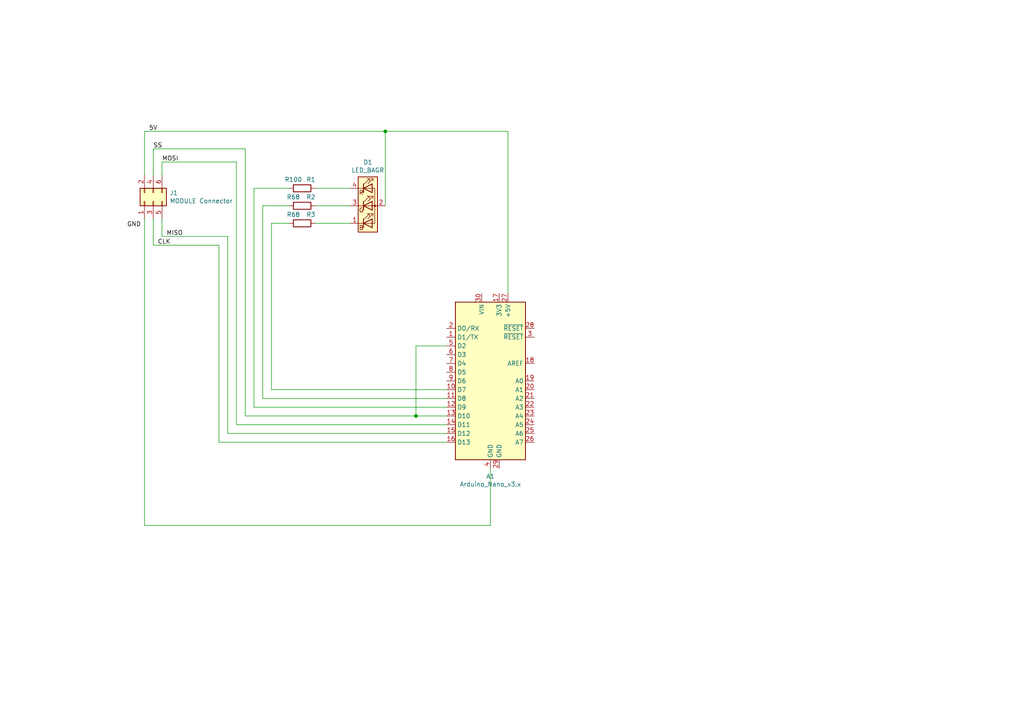
<source format=kicad_sch>
(kicad_sch (version 20211123) (generator eeschema)
  (paper "A4")
  (title_block (title "Schaltplan Modul Template (XX)") (date "14.12.2022"))
  (lib_symbols
    (symbol "Connector_Generic:Conn_02x03_Odd_Even" (pin_names (offset 1.016) hide)
      (property "Reference" "J" (at 1.27 5.08 0))
      (property "Value" "Conn_02x03_Odd_Even" (at 1.27 -5.08 0))
      (symbol "Conn_02x03_Odd_Even_1_1"
        (rectangle (start -1.27 -2.413) (end 0 -2.667) (stroke (width 0.1524)))
        (rectangle (start -1.27 0.127) (end 0 -0.127) (stroke (width 0.1524)))
        (rectangle (start -1.27 2.667) (end 0 2.413) (stroke (width 0.1524)))
        (rectangle (start -1.27 3.81) (end 3.81 -3.81) (stroke (width 0.254)) (fill (type background)))
        (rectangle (start 3.81 -2.413) (end 2.54 -2.667) (stroke (width 0.1524)))
        (rectangle (start 3.81 0.127) (end 2.54 -0.127) (stroke (width 0.1524)))
        (rectangle (start 3.81 2.667) (end 2.54 2.413) (stroke (width 0.1524)))
        (pin passive line (at -5.08 2.54 0) (length 3.81) (name "Pin_1") (number "1"))
        (pin passive line (at 7.62 2.54 180) (length 3.81) (name "Pin_2") (number "2"))
        (pin passive line (at -5.08 0 0) (length 3.81) (name "Pin_3") (number "3"))
        (pin passive line (at 7.62 0 180) (length 3.81) (name "Pin_4") (number "4"))
        (pin passive line (at -5.08 -2.54 0) (length 3.81) (name "Pin_5") (number "5"))
        (pin passive line (at 7.62 -2.54 180) (length 3.81) (name "Pin_6") (number "6"))
      )
    )
    (symbol "Device:LED_BAGR" (pin_names (offset 0) hide)
      (property "Reference" "D" (at 0 9.398 0))
      (property "Value" "LED_BAGR" (at 0 -8.89 0))
      (symbol "LED_BAGR_0_0"
        (text "B" (at -1.905 -6.35 0) (effects (font (size 1.27 1.27))))
        (text "G" (at -1.905 -1.27 0) (effects (font (size 1.27 1.27))))
        (text "R" (at -1.905 3.81 0) (effects (font (size 1.27 1.27))))
      )
      (symbol "LED_BAGR_0_1"
        (polyline (pts (xy -1.27 -5.08) (xy -2.54 -5.08)))
        (polyline (pts (xy -1.27 -5.08) (xy 1.27 -5.08)))
        (polyline (pts (xy -1.27 -3.81) (xy -1.27 -6.35)) (stroke (width 0.254)))
        (polyline (pts (xy -1.27 0) (xy -2.54 0)))
        (polyline (pts (xy -1.27 1.27) (xy -1.27 -1.27)) (stroke (width 0.254)))
        (polyline (pts (xy -1.27 5.08) (xy -2.54 5.08)))
        (polyline (pts (xy -1.27 5.08) (xy 1.27 5.08)))
        (polyline (pts (xy -1.27 6.35) (xy -1.27 3.81)) (stroke (width 0.254)))
        (polyline (pts (xy 1.27 0) (xy -1.27 0)))
        (polyline (pts (xy 1.27 0) (xy 2.54 0)))
        (polyline (pts (xy -1.27 1.27) (xy -1.27 -1.27) (xy -1.27 -1.27)))
        (polyline (pts (xy -1.27 6.35) (xy -1.27 3.81) (xy -1.27 3.81)))
        (polyline (pts (xy 1.27 -5.08) (xy 2.032 -5.08) (xy 2.032 5.08) (xy 1.27 5.08)))
        (polyline (pts (xy 1.27 -3.81) (xy 1.27 -6.35) (xy -1.27 -5.08) (xy 1.27 -3.81)) (stroke (width 0.254)))
        (polyline (pts (xy 1.27 1.27) (xy 1.27 -1.27) (xy -1.27 0) (xy 1.27 1.27)) (stroke (width 0.254)))
        (polyline (pts (xy 1.27 6.35) (xy 1.27 3.81) (xy -1.27 5.08) (xy 1.27 6.35)) (stroke (width 0.254)))
        (polyline (pts (xy -1.016 -3.81) (xy 0.508 -2.286) (xy -0.254 -2.286) (xy 0.508 -2.286) (xy 0.508 -3.048)))
        (polyline (pts (xy -1.016 1.27) (xy 0.508 2.794) (xy -0.254 2.794) (xy 0.508 2.794) (xy 0.508 2.032)))
        (polyline (pts (xy -1.016 6.35) (xy 0.508 7.874) (xy -0.254 7.874) (xy 0.508 7.874) (xy 0.508 7.112)))
        (polyline (pts (xy 0 -3.81) (xy 1.524 -2.286) (xy 0.762 -2.286) (xy 1.524 -2.286) (xy 1.524 -3.048)))
        (polyline (pts (xy 0 1.27) (xy 1.524 2.794) (xy 0.762 2.794) (xy 1.524 2.794) (xy 1.524 2.032)))
        (polyline (pts (xy 0 6.35) (xy 1.524 7.874) (xy 0.762 7.874) (xy 1.524 7.874) (xy 1.524 7.112)))
        (rectangle (start 1.27 -1.27) (end 1.27 1.27))
        (rectangle (start 1.27 1.27) (end 1.27 1.27))
        (rectangle (start 1.27 3.81) (end 1.27 6.35))
        (rectangle (start 1.27 6.35) (end 1.27 6.35))
        (circle (center 2.032 0) (radius 0.254) (fill (type outline)))
        (rectangle (start 2.794 8.382) (end -2.794 -7.62) (stroke (width 0.254)) (fill (type background)))
      )
      (symbol "LED_BAGR_1_1"
        (pin passive line (at -5.08 -5.08 0) (length 2.54) (name "BK") (number "1"))
        (pin passive line (at 5.08 0 180) (length 2.54) (name "A") (number "2"))
        (pin passive line (at -5.08 0 0) (length 2.54) (name "GK") (number "3"))
        (pin passive line (at -5.08 5.08 0) (length 2.54) (name "RK") (number "4"))
      )
    )
    (symbol "Device:R" (pin_numbers hide) (pin_names (offset 0))
      (property "Reference" "R" (at 2.032 0 90))
      (property "Value" "R" (at 0 0 90))
      (symbol "R_0_1"
        (rectangle (start -1.016 -2.54) (end 1.016 2.54) (stroke (width 0.254)))
      )
      (symbol "R_1_1"
        (pin passive line (at 0 3.81 270) (length 1.27) (name "~") (number "1"))
        (pin passive line (at 0 -3.81 90) (length 1.27) (name "~") (number "2"))
      )
    )
    (symbol "MCU_Module:Arduino_Nano_v3.x"
      (property "Reference" "A" (at -10.16 23.495 0))
      (property "Value" "Arduino_Nano_v3.x" (at 5.08 -24.13 0))
      (symbol "Arduino_Nano_v3.x_0_1"
        (rectangle (start -10.16 22.86) (end 10.16 -22.86) (stroke (width 0.254)) (fill (type background)))
      )
      (symbol "Arduino_Nano_v3.x_1_1"
        (pin bidirectional line (at -12.7 12.7 0) (length 2.54) (name "D1/TX") (number "1"))
        (pin bidirectional line (at -12.7 -2.54 0) (length 2.54) (name "D7") (number "10"))
        (pin bidirectional line (at -12.7 -5.08 0) (length 2.54) (name "D8") (number "11"))
        (pin bidirectional line (at -12.7 -7.62 0) (length 2.54) (name "D9") (number "12"))
        (pin bidirectional line (at -12.7 -10.16 0) (length 2.54) (name "D10") (number "13"))
        (pin bidirectional line (at -12.7 -12.7 0) (length 2.54) (name "D11") (number "14"))
        (pin bidirectional line (at -12.7 -15.24 0) (length 2.54) (name "D12") (number "15"))
        (pin bidirectional line (at -12.7 -17.78 0) (length 2.54) (name "D13") (number "16"))
        (pin power_out line (at 2.54 25.4 270) (length 2.54) (name "3V3") (number "17"))
        (pin input line (at 12.7 5.08 180) (length 2.54) (name "AREF") (number "18"))
        (pin bidirectional line (at 12.7 0 180) (length 2.54) (name "A0") (number "19"))
        (pin bidirectional line (at -12.7 15.24 0) (length 2.54) (name "D0/RX") (number "2"))
        (pin bidirectional line (at 12.7 -2.54 180) (length 2.54) (name "A1") (number "20"))
        (pin bidirectional line (at 12.7 -5.08 180) (length 2.54) (name "A2") (number "21"))
        (pin bidirectional line (at 12.7 -7.62 180) (length 2.54) (name "A3") (number "22"))
        (pin bidirectional line (at 12.7 -10.16 180) (length 2.54) (name "A4") (number "23"))
        (pin bidirectional line (at 12.7 -12.7 180) (length 2.54) (name "A5") (number "24"))
        (pin bidirectional line (at 12.7 -15.24 180) (length 2.54) (name "A6") (number "25"))
        (pin bidirectional line (at 12.7 -17.78 180) (length 2.54) (name "A7") (number "26"))
        (pin power_out line (at 5.08 25.4 270) (length 2.54) (name "+5V") (number "27"))
        (pin input line (at 12.7 15.24 180) (length 2.54) (name "~{RESET}") (number "28"))
        (pin power_in line (at 2.54 -25.4 90) (length 2.54) (name "GND") (number "29"))
        (pin input line (at 12.7 12.7 180) (length 2.54) (name "~{RESET}") (number "3"))
        (pin power_in line (at -2.54 25.4 270) (length 2.54) (name "VIN") (number "30"))
        (pin power_in line (at 0 -25.4 90) (length 2.54) (name "GND") (number "4"))
        (pin bidirectional line (at -12.7 10.16 0) (length 2.54) (name "D2") (number "5"))
        (pin bidirectional line (at -12.7 7.62 0) (length 2.54) (name "D3") (number "6"))
        (pin bidirectional line (at -12.7 5.08 0) (length 2.54) (name "D4") (number "7"))
        (pin bidirectional line (at -12.7 2.54 0) (length 2.54) (name "D5") (number "8"))
        (pin bidirectional line (at -12.7 0 0) (length 2.54) (name "D6") (number "9"))
      )
    )
  )
  (junction (at 120.65 120.65))
  (junction (at 111.76 38.1))
  (wire (pts (xy 46.99 50.8) (xy 46.99 46.99)))
  (wire (pts (xy 41.91 152.4) (xy 142.24 152.4)))
  (wire (pts (xy 78.74 64.77) (xy 78.74 113.03)))
  (wire (pts (xy 71.12 43.18) (xy 71.12 120.65)))
  (wire (pts (xy 91.44 64.77) (xy 101.6 64.77)))
  (wire (pts (xy 78.74 64.77) (xy 83.82 64.77)))
  (wire (pts (xy 111.76 38.1) (xy 111.76 59.69)))
  (wire (pts (xy 66.04 125.73) (xy 129.54 125.73)))
  (wire (pts (xy 41.91 50.8) (xy 41.91 38.1)))
  (wire (pts (xy 129.54 113.03) (xy 78.74 113.03)))
  (wire (pts (xy 41.91 63.5) (xy 41.91 152.4)))
  (wire (pts (xy 41.91 38.1) (xy 111.76 38.1)))
  (wire (pts (xy 46.99 46.99) (xy 68.58 46.99)))
  (wire (pts (xy 111.76 38.1) (xy 147.32 38.1)))
  (wire (pts (xy 46.99 68.58) (xy 66.04 68.58)))
  (wire (pts (xy 71.12 120.65) (xy 120.65 120.65)))
  (wire (pts (xy 44.45 63.5) (xy 44.45 71.12)))
  (wire (pts (xy 73.66 54.61) (xy 83.82 54.61)))
  (wire (pts (xy 63.5 128.27) (xy 129.54 128.27)))
  (wire (pts (xy 91.44 54.61) (xy 101.6 54.61)))
  (wire (pts (xy 44.45 50.8) (xy 44.45 43.18)))
  (wire (pts (xy 68.58 46.99) (xy 68.58 123.19)))
  (wire (pts (xy 68.58 123.19) (xy 129.54 123.19)))
  (wire (pts (xy 44.45 71.12) (xy 63.5 71.12)))
  (wire (pts (xy 66.04 68.58) (xy 66.04 125.73)))
  (wire (pts (xy 91.44 59.69) (xy 101.6 59.69)))
  (wire (pts (xy 120.65 120.65) (xy 129.54 120.65)))
  (wire (pts (xy 129.54 118.11) (xy 73.66 118.11)))
  (wire (pts (xy 76.2 115.57) (xy 129.54 115.57)))
  (wire (pts (xy 120.65 100.33) (xy 129.54 100.33)))
  (wire (pts (xy 120.65 120.65) (xy 120.65 100.33)))
  (wire (pts (xy 147.32 38.1) (xy 147.32 85.09)))
  (wire (pts (xy 142.24 152.4) (xy 142.24 135.89)))
  (wire (pts (xy 73.66 54.61) (xy 73.66 118.11)))
  (wire (pts (xy 76.2 59.69) (xy 83.82 59.69)))
  (wire (pts (xy 63.5 71.12) (xy 63.5 128.27)))
  (wire (pts (xy 44.45 43.18) (xy 71.12 43.18)))
  (wire (pts (xy 76.2 59.69) (xy 76.2 115.57)))
  (wire (pts (xy 46.99 63.5) (xy 46.99 68.58)))
  (label "5V" (at 43.18 38.1 0))
  (label "GND" (at 36.83 66.04 0))
  (label "SS" (at 44.45 43.18 0))
  (label "MOSI" (at 46.99 46.99 0))
  (label "MISO" (at 48.26 68.58 0))
  (label "CLK" (at 45.72 71.12 0))
  (symbol (lib_id "Connector_Generic:Conn_02x03_Odd_Even") (at 44.45 58.42 90) (unit 1)
    (property "Reference" "J1" (at 49.2252 55.9816 90) (effects (justify right)))
    (property "Value" "MODULE Connector" (at 49.2252 58.293 90) (effects (justify right)))
  )
  (symbol (lib_id "MCU_Module:Arduino_Nano_v3.x") (at 142.24 110.49 0) (unit 1)
    (property "Reference" "A1" (at 142.24 138.1506 0))
    (property "Value" "Arduino_Nano_v3.x" (at 142.24 140.462 0))
    (property "Footprint" "Module:Arduino_Nano" (effects hide))
    (property "Datasheet" "http://www.mouser.com/pdfdocs/Gravitech_Arduino_Nano3_0.pdf" (effects hide))
  )
  (symbol (lib_id "Device:LED_BAGR") (at 106.68 59.69 0) (unit 1)
    (property "Reference" "D1" (at 106.68 47.0662 0))
    (property "Value" "LED_BAGR" (at 106.68 49.3776 0))
  )
  (symbol (lib_id "Device:R") (at 87.63 54.61 90) (unit 1)
    (property "Reference" "R1" (at 90.17 52.07 90))
    (property "Value" "R100" (at 85.09 52.07 90))
  )
  (symbol (lib_id "Device:R") (at 87.63 64.77 90) (unit 1)
    (property "Reference" "R3" (at 90.17 62.23 90))
    (property "Value" "R68" (at 85.09 62.23 90))
  )
  (symbol (lib_id "Device:R") (at 87.63 59.69 90) (unit 1)
    (property "Reference" "R2" (at 90.17 57.15 90))
    (property "Value" "R68" (at 85.09 57.15 90))
  )
)
</source>
